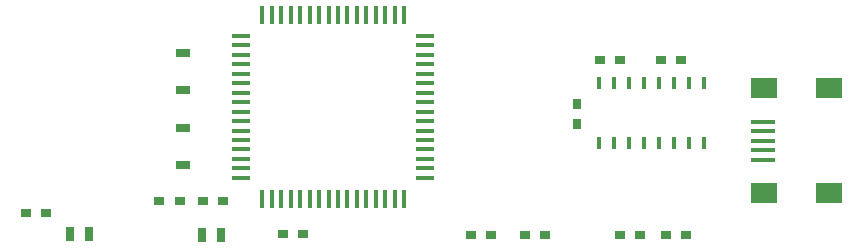
<source format=gbr>
G04 DipTrace 3.3.1.3*
G04 TopPaste.gbr*
%MOIN*%
G04 #@! TF.FileFunction,Paste,Top*
G04 #@! TF.Part,Single*
%ADD46R,0.017126X0.042126*%
%ADD48R,0.011811X0.062992*%
%ADD50R,0.062992X0.011811*%
%ADD52R,0.051181X0.031496*%
%ADD58R,0.090551X0.070866*%
%ADD60R,0.082677X0.011811*%
%ADD64R,0.031496X0.049213*%
%ADD70R,0.031496X0.035433*%
%ADD72R,0.035433X0.031496*%
%FSLAX26Y26*%
G04*
G70*
G90*
G75*
G01*
G04 TopPaste*
%LPD*%
D72*
X2906290Y1037469D3*
X2839361D3*
X1784320Y458311D3*
X1851249D3*
D70*
X2762541Y893718D3*
Y826789D3*
D72*
X2588697Y454123D3*
X2655626D3*
X2906290Y456218D3*
X2973219D3*
X3125039D3*
X3058110D3*
X3042282Y1037564D3*
X3109211D3*
X2476197Y454123D3*
X2409268D3*
D64*
X1513278Y456495D3*
X1576270D3*
X1072781Y458252D3*
X1135773D3*
D60*
X3381604Y706251D3*
Y737747D3*
Y769243D3*
Y800739D3*
Y832235D3*
D58*
X3385541Y594046D3*
Y944440D3*
X3602076Y594046D3*
Y944440D3*
D52*
X1449951Y687450D3*
X1449950Y1062450D3*
X1449951Y937451D3*
Y812451D3*
D72*
X1582029Y568995D3*
X1515100D3*
X1438114Y569501D3*
X1371185D3*
X992921Y528867D3*
X925992D3*
D50*
X1643701Y1118701D3*
Y1087205D3*
Y1055709D3*
Y1024213D3*
Y992717D3*
Y961220D3*
Y929724D3*
Y898228D3*
Y866732D3*
Y835236D3*
Y803740D3*
Y772244D3*
Y740748D3*
Y709252D3*
Y677756D3*
Y646260D3*
D48*
X1714567Y575394D3*
X1746063D3*
X1777559D3*
X1809055D3*
X1840551D3*
X1872047D3*
X1903543D3*
X1935039D3*
X1966535D3*
X1998031D3*
X2029528D3*
X2061024D3*
X2092520D3*
X2124016D3*
X2155512D3*
X2187008D3*
D50*
X2257874Y646260D3*
Y677756D3*
Y709252D3*
Y740748D3*
Y772244D3*
Y803740D3*
Y835236D3*
Y866732D3*
Y898228D3*
Y929724D3*
Y961220D3*
Y992717D3*
Y1024213D3*
Y1055709D3*
Y1087205D3*
Y1118701D3*
D48*
X2187008Y1189567D3*
X2155512D3*
X2124016D3*
X2092520D3*
X2061024D3*
X2029528D3*
X1998031D3*
X1966535D3*
X1935039D3*
X1903543D3*
X1872047D3*
X1840551D3*
X1809055D3*
X1777559D3*
X1746063D3*
X1714567D3*
D46*
X2837541Y762467D3*
X2887541D3*
X2937541D3*
X2987541D3*
X3037541D3*
X3087541D3*
X3137541D3*
X3187541D3*
Y962467D3*
X3137541D3*
X3087541D3*
X3037541D3*
X2987541D3*
X2937541D3*
X2887541D3*
X2837541D3*
M02*

</source>
